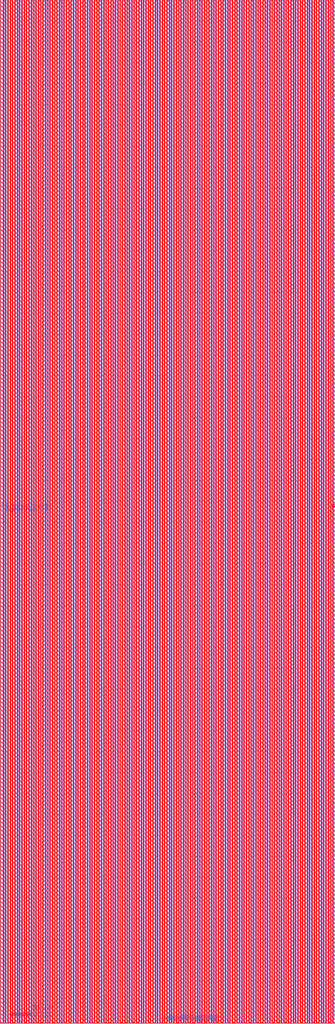
<source format=lef>
# Generated by FakeRAM 2.0
VERSION 5.7 ;
BUSBITCHARS "[]" ;
PROPERTYDEFINITIONS
  MACRO width INTEGER ;
  MACRO depth INTEGER ;
  MACRO banks INTEGER ;
END PROPERTYDEFINITIONS
MACRO fakeram_32x1024_1r1w
  PROPERTY width 32 ;
  PROPERTY depth 1024 ;
  PROPERTY banks 1 ;
  FOREIGN fakeram_32x1024_1r1w 0 0 ;
  SYMMETRY X Y R90 ;
  SIZE 160.440 BY 490.070 ;
  CLASS BLOCK ;
  PIN r0_addr_in[0]
    DIRECTION INPUT ;
    USE SIGNAL ;
    SHAPE ABUTMENT ;
    PORT
      LAYER metal3 ;
      RECT 0.000 244.020 0.070 244.090 ;
    END
  END r0_addr_in[0]
  PIN r0_addr_in[1]
    DIRECTION INPUT ;
    USE SIGNAL ;
    SHAPE ABUTMENT ;
    PORT
      LAYER metal3 ;
      RECT 0.000 244.160 0.070 244.230 ;
    END
  END r0_addr_in[1]
  PIN r0_addr_in[2]
    DIRECTION INPUT ;
    USE SIGNAL ;
    SHAPE ABUTMENT ;
    PORT
      LAYER metal3 ;
      RECT 0.000 244.300 0.070 244.370 ;
    END
  END r0_addr_in[2]
  PIN r0_addr_in[3]
    DIRECTION INPUT ;
    USE SIGNAL ;
    SHAPE ABUTMENT ;
    PORT
      LAYER metal3 ;
      RECT 0.000 244.440 0.070 244.510 ;
    END
  END r0_addr_in[3]
  PIN r0_addr_in[4]
    DIRECTION INPUT ;
    USE SIGNAL ;
    SHAPE ABUTMENT ;
    PORT
      LAYER metal3 ;
      RECT 0.000 244.580 0.070 244.650 ;
    END
  END r0_addr_in[4]
  PIN r0_addr_in[5]
    DIRECTION INPUT ;
    USE SIGNAL ;
    SHAPE ABUTMENT ;
    PORT
      LAYER metal3 ;
      RECT 0.000 244.720 0.070 244.790 ;
    END
  END r0_addr_in[5]
  PIN r0_addr_in[6]
    DIRECTION INPUT ;
    USE SIGNAL ;
    SHAPE ABUTMENT ;
    PORT
      LAYER metal3 ;
      RECT 0.000 244.860 0.070 244.930 ;
    END
  END r0_addr_in[6]
  PIN r0_addr_in[7]
    DIRECTION INPUT ;
    USE SIGNAL ;
    SHAPE ABUTMENT ;
    PORT
      LAYER metal3 ;
      RECT 0.000 245.000 0.070 245.070 ;
    END
  END r0_addr_in[7]
  PIN r0_addr_in[8]
    DIRECTION INPUT ;
    USE SIGNAL ;
    SHAPE ABUTMENT ;
    PORT
      LAYER metal3 ;
      RECT 0.000 245.140 0.070 245.210 ;
    END
  END r0_addr_in[8]
  PIN r0_addr_in[9]
    DIRECTION INPUT ;
    USE SIGNAL ;
    SHAPE ABUTMENT ;
    PORT
      LAYER metal3 ;
      RECT 0.000 245.280 0.070 245.350 ;
    END
  END r0_addr_in[9]
  PIN r0_ce_in
    DIRECTION INPUT ;
    USE SIGNAL ;
    SHAPE ABUTMENT ;
    PORT
      LAYER metal3 ;
      RECT 0.000 245.560 0.070 245.630 ;
    END
  END r0_ce_in
  PIN r0_clk
    DIRECTION INPUT ;
    USE SIGNAL ;
    SHAPE ABUTMENT ;
    PORT
      LAYER metal3 ;
      RECT 0.000 245.700 0.070 245.770 ;
    END
  END r0_clk
  PIN r0_rd_out[0]
    DIRECTION OUTPUT ;
    USE SIGNAL ;
    SHAPE ABUTMENT ;
    PORT
      LAYER metal3 ;
      RECT 77.805 490.000 77.875 490.070 ;
    END
  END r0_rd_out[0]
  PIN r0_rd_out[1]
    DIRECTION OUTPUT ;
    USE SIGNAL ;
    SHAPE ABUTMENT ;
    PORT
      LAYER metal3 ;
      RECT 77.945 490.000 78.015 490.070 ;
    END
  END r0_rd_out[1]
  PIN r0_rd_out[2]
    DIRECTION OUTPUT ;
    USE SIGNAL ;
    SHAPE ABUTMENT ;
    PORT
      LAYER metal3 ;
      RECT 78.085 490.000 78.155 490.070 ;
    END
  END r0_rd_out[2]
  PIN r0_rd_out[3]
    DIRECTION OUTPUT ;
    USE SIGNAL ;
    SHAPE ABUTMENT ;
    PORT
      LAYER metal3 ;
      RECT 78.225 490.000 78.295 490.070 ;
    END
  END r0_rd_out[3]
  PIN r0_rd_out[4]
    DIRECTION OUTPUT ;
    USE SIGNAL ;
    SHAPE ABUTMENT ;
    PORT
      LAYER metal3 ;
      RECT 78.365 490.000 78.435 490.070 ;
    END
  END r0_rd_out[4]
  PIN r0_rd_out[5]
    DIRECTION OUTPUT ;
    USE SIGNAL ;
    SHAPE ABUTMENT ;
    PORT
      LAYER metal3 ;
      RECT 78.505 490.000 78.575 490.070 ;
    END
  END r0_rd_out[5]
  PIN r0_rd_out[6]
    DIRECTION OUTPUT ;
    USE SIGNAL ;
    SHAPE ABUTMENT ;
    PORT
      LAYER metal3 ;
      RECT 78.645 490.000 78.715 490.070 ;
    END
  END r0_rd_out[6]
  PIN r0_rd_out[7]
    DIRECTION OUTPUT ;
    USE SIGNAL ;
    SHAPE ABUTMENT ;
    PORT
      LAYER metal3 ;
      RECT 78.785 490.000 78.855 490.070 ;
    END
  END r0_rd_out[7]
  PIN r0_rd_out[8]
    DIRECTION OUTPUT ;
    USE SIGNAL ;
    SHAPE ABUTMENT ;
    PORT
      LAYER metal3 ;
      RECT 78.925 490.000 78.995 490.070 ;
    END
  END r0_rd_out[8]
  PIN r0_rd_out[9]
    DIRECTION OUTPUT ;
    USE SIGNAL ;
    SHAPE ABUTMENT ;
    PORT
      LAYER metal3 ;
      RECT 79.065 490.000 79.135 490.070 ;
    END
  END r0_rd_out[9]
  PIN r0_rd_out[10]
    DIRECTION OUTPUT ;
    USE SIGNAL ;
    SHAPE ABUTMENT ;
    PORT
      LAYER metal3 ;
      RECT 79.205 490.000 79.275 490.070 ;
    END
  END r0_rd_out[10]
  PIN r0_rd_out[11]
    DIRECTION OUTPUT ;
    USE SIGNAL ;
    SHAPE ABUTMENT ;
    PORT
      LAYER metal3 ;
      RECT 79.345 490.000 79.415 490.070 ;
    END
  END r0_rd_out[11]
  PIN r0_rd_out[12]
    DIRECTION OUTPUT ;
    USE SIGNAL ;
    SHAPE ABUTMENT ;
    PORT
      LAYER metal3 ;
      RECT 79.485 490.000 79.555 490.070 ;
    END
  END r0_rd_out[12]
  PIN r0_rd_out[13]
    DIRECTION OUTPUT ;
    USE SIGNAL ;
    SHAPE ABUTMENT ;
    PORT
      LAYER metal3 ;
      RECT 79.625 490.000 79.695 490.070 ;
    END
  END r0_rd_out[13]
  PIN r0_rd_out[14]
    DIRECTION OUTPUT ;
    USE SIGNAL ;
    SHAPE ABUTMENT ;
    PORT
      LAYER metal3 ;
      RECT 79.765 490.000 79.835 490.070 ;
    END
  END r0_rd_out[14]
  PIN r0_rd_out[15]
    DIRECTION OUTPUT ;
    USE SIGNAL ;
    SHAPE ABUTMENT ;
    PORT
      LAYER metal3 ;
      RECT 79.905 490.000 79.975 490.070 ;
    END
  END r0_rd_out[15]
  PIN r0_rd_out[16]
    DIRECTION OUTPUT ;
    USE SIGNAL ;
    SHAPE ABUTMENT ;
    PORT
      LAYER metal3 ;
      RECT 80.045 490.000 80.115 490.070 ;
    END
  END r0_rd_out[16]
  PIN r0_rd_out[17]
    DIRECTION OUTPUT ;
    USE SIGNAL ;
    SHAPE ABUTMENT ;
    PORT
      LAYER metal3 ;
      RECT 80.185 490.000 80.255 490.070 ;
    END
  END r0_rd_out[17]
  PIN r0_rd_out[18]
    DIRECTION OUTPUT ;
    USE SIGNAL ;
    SHAPE ABUTMENT ;
    PORT
      LAYER metal3 ;
      RECT 80.325 490.000 80.395 490.070 ;
    END
  END r0_rd_out[18]
  PIN r0_rd_out[19]
    DIRECTION OUTPUT ;
    USE SIGNAL ;
    SHAPE ABUTMENT ;
    PORT
      LAYER metal3 ;
      RECT 80.465 490.000 80.535 490.070 ;
    END
  END r0_rd_out[19]
  PIN r0_rd_out[20]
    DIRECTION OUTPUT ;
    USE SIGNAL ;
    SHAPE ABUTMENT ;
    PORT
      LAYER metal3 ;
      RECT 80.605 490.000 80.675 490.070 ;
    END
  END r0_rd_out[20]
  PIN r0_rd_out[21]
    DIRECTION OUTPUT ;
    USE SIGNAL ;
    SHAPE ABUTMENT ;
    PORT
      LAYER metal3 ;
      RECT 80.745 490.000 80.815 490.070 ;
    END
  END r0_rd_out[21]
  PIN r0_rd_out[22]
    DIRECTION OUTPUT ;
    USE SIGNAL ;
    SHAPE ABUTMENT ;
    PORT
      LAYER metal3 ;
      RECT 80.885 490.000 80.955 490.070 ;
    END
  END r0_rd_out[22]
  PIN r0_rd_out[23]
    DIRECTION OUTPUT ;
    USE SIGNAL ;
    SHAPE ABUTMENT ;
    PORT
      LAYER metal3 ;
      RECT 81.025 490.000 81.095 490.070 ;
    END
  END r0_rd_out[23]
  PIN r0_rd_out[24]
    DIRECTION OUTPUT ;
    USE SIGNAL ;
    SHAPE ABUTMENT ;
    PORT
      LAYER metal3 ;
      RECT 81.165 490.000 81.235 490.070 ;
    END
  END r0_rd_out[24]
  PIN r0_rd_out[25]
    DIRECTION OUTPUT ;
    USE SIGNAL ;
    SHAPE ABUTMENT ;
    PORT
      LAYER metal3 ;
      RECT 81.305 490.000 81.375 490.070 ;
    END
  END r0_rd_out[25]
  PIN r0_rd_out[26]
    DIRECTION OUTPUT ;
    USE SIGNAL ;
    SHAPE ABUTMENT ;
    PORT
      LAYER metal3 ;
      RECT 81.445 490.000 81.515 490.070 ;
    END
  END r0_rd_out[26]
  PIN r0_rd_out[27]
    DIRECTION OUTPUT ;
    USE SIGNAL ;
    SHAPE ABUTMENT ;
    PORT
      LAYER metal3 ;
      RECT 81.585 490.000 81.655 490.070 ;
    END
  END r0_rd_out[27]
  PIN r0_rd_out[28]
    DIRECTION OUTPUT ;
    USE SIGNAL ;
    SHAPE ABUTMENT ;
    PORT
      LAYER metal3 ;
      RECT 81.725 490.000 81.795 490.070 ;
    END
  END r0_rd_out[28]
  PIN r0_rd_out[29]
    DIRECTION OUTPUT ;
    USE SIGNAL ;
    SHAPE ABUTMENT ;
    PORT
      LAYER metal3 ;
      RECT 81.865 490.000 81.935 490.070 ;
    END
  END r0_rd_out[29]
  PIN r0_rd_out[30]
    DIRECTION OUTPUT ;
    USE SIGNAL ;
    SHAPE ABUTMENT ;
    PORT
      LAYER metal3 ;
      RECT 82.005 490.000 82.075 490.070 ;
    END
  END r0_rd_out[30]
  PIN r0_rd_out[31]
    DIRECTION OUTPUT ;
    USE SIGNAL ;
    SHAPE ABUTMENT ;
    PORT
      LAYER metal3 ;
      RECT 82.145 490.000 82.215 490.070 ;
    END
  END r0_rd_out[31]
  PIN w0_addr_in[0]
    DIRECTION INPUT ;
    USE SIGNAL ;
    SHAPE ABUTMENT ;
    PORT
      LAYER metal3 ;
      RECT 160.370 244.020 160.440 244.090 ;
    END
  END w0_addr_in[0]
  PIN w0_addr_in[1]
    DIRECTION INPUT ;
    USE SIGNAL ;
    SHAPE ABUTMENT ;
    PORT
      LAYER metal3 ;
      RECT 160.370 244.160 160.440 244.230 ;
    END
  END w0_addr_in[1]
  PIN w0_addr_in[2]
    DIRECTION INPUT ;
    USE SIGNAL ;
    SHAPE ABUTMENT ;
    PORT
      LAYER metal3 ;
      RECT 160.370 244.300 160.440 244.370 ;
    END
  END w0_addr_in[2]
  PIN w0_addr_in[3]
    DIRECTION INPUT ;
    USE SIGNAL ;
    SHAPE ABUTMENT ;
    PORT
      LAYER metal3 ;
      RECT 160.370 244.440 160.440 244.510 ;
    END
  END w0_addr_in[3]
  PIN w0_addr_in[4]
    DIRECTION INPUT ;
    USE SIGNAL ;
    SHAPE ABUTMENT ;
    PORT
      LAYER metal3 ;
      RECT 160.370 244.580 160.440 244.650 ;
    END
  END w0_addr_in[4]
  PIN w0_addr_in[5]
    DIRECTION INPUT ;
    USE SIGNAL ;
    SHAPE ABUTMENT ;
    PORT
      LAYER metal3 ;
      RECT 160.370 244.720 160.440 244.790 ;
    END
  END w0_addr_in[5]
  PIN w0_addr_in[6]
    DIRECTION INPUT ;
    USE SIGNAL ;
    SHAPE ABUTMENT ;
    PORT
      LAYER metal3 ;
      RECT 160.370 244.860 160.440 244.930 ;
    END
  END w0_addr_in[6]
  PIN w0_addr_in[7]
    DIRECTION INPUT ;
    USE SIGNAL ;
    SHAPE ABUTMENT ;
    PORT
      LAYER metal3 ;
      RECT 160.370 245.000 160.440 245.070 ;
    END
  END w0_addr_in[7]
  PIN w0_addr_in[8]
    DIRECTION INPUT ;
    USE SIGNAL ;
    SHAPE ABUTMENT ;
    PORT
      LAYER metal3 ;
      RECT 160.370 245.140 160.440 245.210 ;
    END
  END w0_addr_in[8]
  PIN w0_addr_in[9]
    DIRECTION INPUT ;
    USE SIGNAL ;
    SHAPE ABUTMENT ;
    PORT
      LAYER metal3 ;
      RECT 160.370 245.280 160.440 245.350 ;
    END
  END w0_addr_in[9]
  PIN w0_we_in
    DIRECTION INPUT ;
    USE SIGNAL ;
    SHAPE ABUTMENT ;
    PORT
      LAYER metal3 ;
      RECT 160.370 245.560 160.440 245.630 ;
    END
  END w0_we_in
  PIN w0_ce_in
    DIRECTION INPUT ;
    USE SIGNAL ;
    SHAPE ABUTMENT ;
    PORT
      LAYER metal3 ;
      RECT 160.370 245.700 160.440 245.770 ;
    END
  END w0_ce_in
  PIN w0_clk
    DIRECTION INPUT ;
    USE SIGNAL ;
    SHAPE ABUTMENT ;
    PORT
      LAYER metal3 ;
      RECT 160.370 245.840 160.440 245.910 ;
    END
  END w0_clk
  PIN w0_wd_in[0]
    DIRECTION INPUT ;
    USE SIGNAL ;
    SHAPE ABUTMENT ;
    PORT
      LAYER metal3 ;
      RECT 77.805 0.000 77.875 0.070 ;
    END
  END w0_wd_in[0]
  PIN w0_wd_in[1]
    DIRECTION INPUT ;
    USE SIGNAL ;
    SHAPE ABUTMENT ;
    PORT
      LAYER metal3 ;
      RECT 77.945 0.000 78.015 0.070 ;
    END
  END w0_wd_in[1]
  PIN w0_wd_in[2]
    DIRECTION INPUT ;
    USE SIGNAL ;
    SHAPE ABUTMENT ;
    PORT
      LAYER metal3 ;
      RECT 78.085 0.000 78.155 0.070 ;
    END
  END w0_wd_in[2]
  PIN w0_wd_in[3]
    DIRECTION INPUT ;
    USE SIGNAL ;
    SHAPE ABUTMENT ;
    PORT
      LAYER metal3 ;
      RECT 78.225 0.000 78.295 0.070 ;
    END
  END w0_wd_in[3]
  PIN w0_wd_in[4]
    DIRECTION INPUT ;
    USE SIGNAL ;
    SHAPE ABUTMENT ;
    PORT
      LAYER metal3 ;
      RECT 78.365 0.000 78.435 0.070 ;
    END
  END w0_wd_in[4]
  PIN w0_wd_in[5]
    DIRECTION INPUT ;
    USE SIGNAL ;
    SHAPE ABUTMENT ;
    PORT
      LAYER metal3 ;
      RECT 78.505 0.000 78.575 0.070 ;
    END
  END w0_wd_in[5]
  PIN w0_wd_in[6]
    DIRECTION INPUT ;
    USE SIGNAL ;
    SHAPE ABUTMENT ;
    PORT
      LAYER metal3 ;
      RECT 78.645 0.000 78.715 0.070 ;
    END
  END w0_wd_in[6]
  PIN w0_wd_in[7]
    DIRECTION INPUT ;
    USE SIGNAL ;
    SHAPE ABUTMENT ;
    PORT
      LAYER metal3 ;
      RECT 78.785 0.000 78.855 0.070 ;
    END
  END w0_wd_in[7]
  PIN w0_wd_in[8]
    DIRECTION INPUT ;
    USE SIGNAL ;
    SHAPE ABUTMENT ;
    PORT
      LAYER metal3 ;
      RECT 78.925 0.000 78.995 0.070 ;
    END
  END w0_wd_in[8]
  PIN w0_wd_in[9]
    DIRECTION INPUT ;
    USE SIGNAL ;
    SHAPE ABUTMENT ;
    PORT
      LAYER metal3 ;
      RECT 79.065 0.000 79.135 0.070 ;
    END
  END w0_wd_in[9]
  PIN w0_wd_in[10]
    DIRECTION INPUT ;
    USE SIGNAL ;
    SHAPE ABUTMENT ;
    PORT
      LAYER metal3 ;
      RECT 79.205 0.000 79.275 0.070 ;
    END
  END w0_wd_in[10]
  PIN w0_wd_in[11]
    DIRECTION INPUT ;
    USE SIGNAL ;
    SHAPE ABUTMENT ;
    PORT
      LAYER metal3 ;
      RECT 79.345 0.000 79.415 0.070 ;
    END
  END w0_wd_in[11]
  PIN w0_wd_in[12]
    DIRECTION INPUT ;
    USE SIGNAL ;
    SHAPE ABUTMENT ;
    PORT
      LAYER metal3 ;
      RECT 79.485 0.000 79.555 0.070 ;
    END
  END w0_wd_in[12]
  PIN w0_wd_in[13]
    DIRECTION INPUT ;
    USE SIGNAL ;
    SHAPE ABUTMENT ;
    PORT
      LAYER metal3 ;
      RECT 79.625 0.000 79.695 0.070 ;
    END
  END w0_wd_in[13]
  PIN w0_wd_in[14]
    DIRECTION INPUT ;
    USE SIGNAL ;
    SHAPE ABUTMENT ;
    PORT
      LAYER metal3 ;
      RECT 79.765 0.000 79.835 0.070 ;
    END
  END w0_wd_in[14]
  PIN w0_wd_in[15]
    DIRECTION INPUT ;
    USE SIGNAL ;
    SHAPE ABUTMENT ;
    PORT
      LAYER metal3 ;
      RECT 79.905 0.000 79.975 0.070 ;
    END
  END w0_wd_in[15]
  PIN w0_wd_in[16]
    DIRECTION INPUT ;
    USE SIGNAL ;
    SHAPE ABUTMENT ;
    PORT
      LAYER metal3 ;
      RECT 80.045 0.000 80.115 0.070 ;
    END
  END w0_wd_in[16]
  PIN w0_wd_in[17]
    DIRECTION INPUT ;
    USE SIGNAL ;
    SHAPE ABUTMENT ;
    PORT
      LAYER metal3 ;
      RECT 80.185 0.000 80.255 0.070 ;
    END
  END w0_wd_in[17]
  PIN w0_wd_in[18]
    DIRECTION INPUT ;
    USE SIGNAL ;
    SHAPE ABUTMENT ;
    PORT
      LAYER metal3 ;
      RECT 80.325 0.000 80.395 0.070 ;
    END
  END w0_wd_in[18]
  PIN w0_wd_in[19]
    DIRECTION INPUT ;
    USE SIGNAL ;
    SHAPE ABUTMENT ;
    PORT
      LAYER metal3 ;
      RECT 80.465 0.000 80.535 0.070 ;
    END
  END w0_wd_in[19]
  PIN w0_wd_in[20]
    DIRECTION INPUT ;
    USE SIGNAL ;
    SHAPE ABUTMENT ;
    PORT
      LAYER metal3 ;
      RECT 80.605 0.000 80.675 0.070 ;
    END
  END w0_wd_in[20]
  PIN w0_wd_in[21]
    DIRECTION INPUT ;
    USE SIGNAL ;
    SHAPE ABUTMENT ;
    PORT
      LAYER metal3 ;
      RECT 80.745 0.000 80.815 0.070 ;
    END
  END w0_wd_in[21]
  PIN w0_wd_in[22]
    DIRECTION INPUT ;
    USE SIGNAL ;
    SHAPE ABUTMENT ;
    PORT
      LAYER metal3 ;
      RECT 80.885 0.000 80.955 0.070 ;
    END
  END w0_wd_in[22]
  PIN w0_wd_in[23]
    DIRECTION INPUT ;
    USE SIGNAL ;
    SHAPE ABUTMENT ;
    PORT
      LAYER metal3 ;
      RECT 81.025 0.000 81.095 0.070 ;
    END
  END w0_wd_in[23]
  PIN w0_wd_in[24]
    DIRECTION INPUT ;
    USE SIGNAL ;
    SHAPE ABUTMENT ;
    PORT
      LAYER metal3 ;
      RECT 81.165 0.000 81.235 0.070 ;
    END
  END w0_wd_in[24]
  PIN w0_wd_in[25]
    DIRECTION INPUT ;
    USE SIGNAL ;
    SHAPE ABUTMENT ;
    PORT
      LAYER metal3 ;
      RECT 81.305 0.000 81.375 0.070 ;
    END
  END w0_wd_in[25]
  PIN w0_wd_in[26]
    DIRECTION INPUT ;
    USE SIGNAL ;
    SHAPE ABUTMENT ;
    PORT
      LAYER metal3 ;
      RECT 81.445 0.000 81.515 0.070 ;
    END
  END w0_wd_in[26]
  PIN w0_wd_in[27]
    DIRECTION INPUT ;
    USE SIGNAL ;
    SHAPE ABUTMENT ;
    PORT
      LAYER metal3 ;
      RECT 81.585 0.000 81.655 0.070 ;
    END
  END w0_wd_in[27]
  PIN w0_wd_in[28]
    DIRECTION INPUT ;
    USE SIGNAL ;
    SHAPE ABUTMENT ;
    PORT
      LAYER metal3 ;
      RECT 81.725 0.000 81.795 0.070 ;
    END
  END w0_wd_in[28]
  PIN w0_wd_in[29]
    DIRECTION INPUT ;
    USE SIGNAL ;
    SHAPE ABUTMENT ;
    PORT
      LAYER metal3 ;
      RECT 81.865 0.000 81.935 0.070 ;
    END
  END w0_wd_in[29]
  PIN w0_wd_in[30]
    DIRECTION INPUT ;
    USE SIGNAL ;
    SHAPE ABUTMENT ;
    PORT
      LAYER metal3 ;
      RECT 82.005 0.000 82.075 0.070 ;
    END
  END w0_wd_in[30]
  PIN w0_wd_in[31]
    DIRECTION INPUT ;
    USE SIGNAL ;
    SHAPE ABUTMENT ;
    PORT
      LAYER metal3 ;
      RECT 82.145 0.000 82.215 0.070 ;
    END
  END w0_wd_in[31]
  PIN VSS
    DIRECTION INOUT ;
    USE GROUND ;
    PORT
      LAYER metal4 ;
      RECT 2.450 0.140 2.730 489.930 ;
      RECT 4.690 0.140 4.970 489.930 ;
      RECT 6.930 0.140 7.210 489.930 ;
      RECT 9.170 0.140 9.450 489.930 ;
      RECT 11.410 0.140 11.690 489.930 ;
      RECT 13.650 0.140 13.930 489.930 ;
      RECT 15.890 0.140 16.170 489.930 ;
      RECT 18.130 0.140 18.410 489.930 ;
      RECT 20.370 0.140 20.650 489.930 ;
      RECT 22.610 0.140 22.890 489.930 ;
      RECT 24.850 0.140 25.130 489.930 ;
      RECT 27.090 0.140 27.370 489.930 ;
      RECT 29.330 0.140 29.610 489.930 ;
      RECT 31.570 0.140 31.850 489.930 ;
      RECT 33.810 0.140 34.090 489.930 ;
      RECT 36.050 0.140 36.330 489.930 ;
      RECT 38.290 0.140 38.570 489.930 ;
      RECT 40.530 0.140 40.810 489.930 ;
      RECT 42.770 0.140 43.050 489.930 ;
      RECT 45.010 0.140 45.290 489.930 ;
      RECT 47.250 0.140 47.530 489.930 ;
      RECT 49.490 0.140 49.770 489.930 ;
      RECT 51.730 0.140 52.010 489.930 ;
      RECT 53.970 0.140 54.250 489.930 ;
      RECT 56.210 0.140 56.490 489.930 ;
      RECT 58.450 0.140 58.730 489.930 ;
      RECT 60.690 0.140 60.970 489.930 ;
      RECT 62.930 0.140 63.210 489.930 ;
      RECT 65.170 0.140 65.450 489.930 ;
      RECT 67.410 0.140 67.690 489.930 ;
      RECT 69.650 0.140 69.930 489.930 ;
      RECT 71.890 0.140 72.170 489.930 ;
      RECT 74.130 0.140 74.410 489.930 ;
      RECT 76.370 0.140 76.650 489.930 ;
      RECT 78.610 0.140 78.890 489.930 ;
      RECT 80.850 0.140 81.130 489.930 ;
      RECT 83.090 0.140 83.370 489.930 ;
      RECT 85.330 0.140 85.610 489.930 ;
      RECT 87.570 0.140 87.850 489.930 ;
      RECT 89.810 0.140 90.090 489.930 ;
      RECT 92.050 0.140 92.330 489.930 ;
      RECT 94.290 0.140 94.570 489.930 ;
      RECT 96.530 0.140 96.810 489.930 ;
      RECT 98.770 0.140 99.050 489.930 ;
      RECT 101.010 0.140 101.290 489.930 ;
      RECT 103.250 0.140 103.530 489.930 ;
      RECT 105.490 0.140 105.770 489.930 ;
      RECT 107.730 0.140 108.010 489.930 ;
      RECT 109.970 0.140 110.250 489.930 ;
      RECT 112.210 0.140 112.490 489.930 ;
      RECT 114.450 0.140 114.730 489.930 ;
      RECT 116.690 0.140 116.970 489.930 ;
      RECT 118.930 0.140 119.210 489.930 ;
      RECT 121.170 0.140 121.450 489.930 ;
      RECT 123.410 0.140 123.690 489.930 ;
      RECT 125.650 0.140 125.930 489.930 ;
      RECT 127.890 0.140 128.170 489.930 ;
      RECT 130.130 0.140 130.410 489.930 ;
      RECT 132.370 0.140 132.650 489.930 ;
      RECT 134.610 0.140 134.890 489.930 ;
      RECT 136.850 0.140 137.130 489.930 ;
      RECT 139.090 0.140 139.370 489.930 ;
      RECT 141.330 0.140 141.610 489.930 ;
      RECT 143.570 0.140 143.850 489.930 ;
      RECT 145.810 0.140 146.090 489.930 ;
      RECT 148.050 0.140 148.330 489.930 ;
      RECT 150.290 0.140 150.570 489.930 ;
      RECT 152.530 0.140 152.810 489.930 ;
      RECT 154.770 0.140 155.050 489.930 ;
      RECT 157.010 0.140 157.290 489.930 ;
      RECT 159.250 0.140 159.530 489.930 ;
    END
  END VSS
  PIN VDD
    DIRECTION INOUT ;
    USE POWER ;
    PORT
      LAYER metal4 ;
      RECT 1.330 0.140 1.610 489.930 ;
      RECT 3.570 0.140 3.850 489.930 ;
      RECT 5.810 0.140 6.090 489.930 ;
      RECT 8.050 0.140 8.330 489.930 ;
      RECT 10.290 0.140 10.570 489.930 ;
      RECT 12.530 0.140 12.810 489.930 ;
      RECT 14.770 0.140 15.050 489.930 ;
      RECT 17.010 0.140 17.290 489.930 ;
      RECT 19.250 0.140 19.530 489.930 ;
      RECT 21.490 0.140 21.770 489.930 ;
      RECT 23.730 0.140 24.010 489.930 ;
      RECT 25.970 0.140 26.250 489.930 ;
      RECT 28.210 0.140 28.490 489.930 ;
      RECT 30.450 0.140 30.730 489.930 ;
      RECT 32.690 0.140 32.970 489.930 ;
      RECT 34.930 0.140 35.210 489.930 ;
      RECT 37.170 0.140 37.450 489.930 ;
      RECT 39.410 0.140 39.690 489.930 ;
      RECT 41.650 0.140 41.930 489.930 ;
      RECT 43.890 0.140 44.170 489.930 ;
      RECT 46.130 0.140 46.410 489.930 ;
      RECT 48.370 0.140 48.650 489.930 ;
      RECT 50.610 0.140 50.890 489.930 ;
      RECT 52.850 0.140 53.130 489.930 ;
      RECT 55.090 0.140 55.370 489.930 ;
      RECT 57.330 0.140 57.610 489.930 ;
      RECT 59.570 0.140 59.850 489.930 ;
      RECT 61.810 0.140 62.090 489.930 ;
      RECT 64.050 0.140 64.330 489.930 ;
      RECT 66.290 0.140 66.570 489.930 ;
      RECT 68.530 0.140 68.810 489.930 ;
      RECT 70.770 0.140 71.050 489.930 ;
      RECT 73.010 0.140 73.290 489.930 ;
      RECT 75.250 0.140 75.530 489.930 ;
      RECT 77.490 0.140 77.770 489.930 ;
      RECT 79.730 0.140 80.010 489.930 ;
      RECT 81.970 0.140 82.250 489.930 ;
      RECT 84.210 0.140 84.490 489.930 ;
      RECT 86.450 0.140 86.730 489.930 ;
      RECT 88.690 0.140 88.970 489.930 ;
      RECT 90.930 0.140 91.210 489.930 ;
      RECT 93.170 0.140 93.450 489.930 ;
      RECT 95.410 0.140 95.690 489.930 ;
      RECT 97.650 0.140 97.930 489.930 ;
      RECT 99.890 0.140 100.170 489.930 ;
      RECT 102.130 0.140 102.410 489.930 ;
      RECT 104.370 0.140 104.650 489.930 ;
      RECT 106.610 0.140 106.890 489.930 ;
      RECT 108.850 0.140 109.130 489.930 ;
      RECT 111.090 0.140 111.370 489.930 ;
      RECT 113.330 0.140 113.610 489.930 ;
      RECT 115.570 0.140 115.850 489.930 ;
      RECT 117.810 0.140 118.090 489.930 ;
      RECT 120.050 0.140 120.330 489.930 ;
      RECT 122.290 0.140 122.570 489.930 ;
      RECT 124.530 0.140 124.810 489.930 ;
      RECT 126.770 0.140 127.050 489.930 ;
      RECT 129.010 0.140 129.290 489.930 ;
      RECT 131.250 0.140 131.530 489.930 ;
      RECT 133.490 0.140 133.770 489.930 ;
      RECT 135.730 0.140 136.010 489.930 ;
      RECT 137.970 0.140 138.250 489.930 ;
      RECT 140.210 0.140 140.490 489.930 ;
      RECT 142.450 0.140 142.730 489.930 ;
      RECT 144.690 0.140 144.970 489.930 ;
      RECT 146.930 0.140 147.210 489.930 ;
      RECT 149.170 0.140 149.450 489.930 ;
      RECT 151.410 0.140 151.690 489.930 ;
      RECT 153.650 0.140 153.930 489.930 ;
      RECT 155.890 0.140 156.170 489.930 ;
      RECT 158.130 0.140 158.410 489.930 ;
    END
  END VDD
  OBS
    LAYER metal1 ;
    RECT 0 0 160.440 490.070 ;
    LAYER metal2 ;
    RECT 0 0 160.440 490.070 ;
    LAYER metal3 ;
    RECT 0 0 160.440 490.070 ;
    LAYER metal4 ;
    RECT 0 0 160.440 490.070 ;
    LAYER OVERLAP ;
    RECT 0 0 160.440 490.070 ;
  END
END fakeram_32x1024_1r1w

END LIBRARY

</source>
